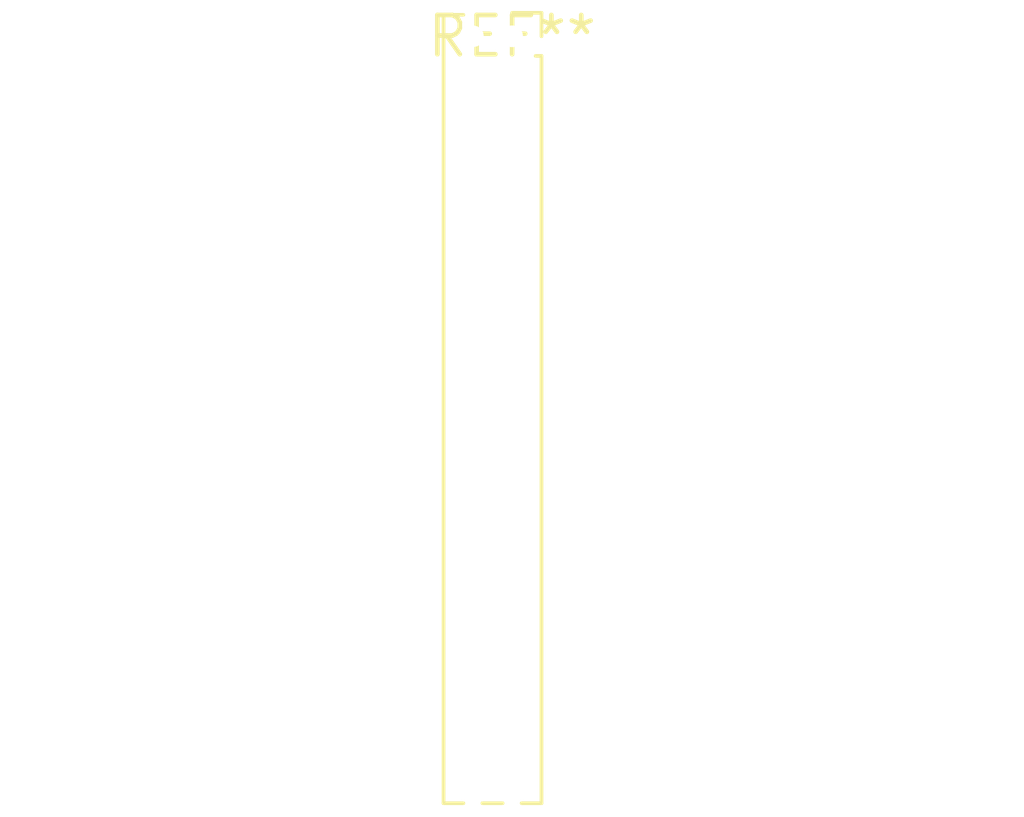
<source format=kicad_pcb>
(kicad_pcb (version 20240108) (generator pcbnew)
  (layers (0 "F.Cu" signal) (31 "B.Cu" signal) (34 "B.Paste" user) (35 "F.Paste" user) (36 "B.SilkS" user "B.Silkscreen") (37 "F.SilkS" user "F.Silkscreen") (38 "B.Mask" user) (39 "F.Mask" user) (44 "Edge.Cuts" user))
  (net 0 "")
  (footprint "PinSocket_2x20_P1.27mm_Vertical" (layer "F.Cu") (at 0 0)
    (property "Reference" "REF**")
    (property "Value" "PinSocket_2x20_P1.27mm_Vertical")
    (fp_line (start -2.22 -0.695) (end -2.22 24.825) (layer "F.SilkS") (stroke (width 0.12)))
    (fp_line (start -2.22 -0.695) (end -1.57753 -0.695) (layer "F.SilkS") (stroke (width 0.12)))
    (fp_line (start -2.22 24.825) (end -1.57753 24.825) (layer "F.SilkS") (stroke (width 0.12)))
    (fp_line (start -0.96247 -0.695) (end -0.76 -0.695) (layer "F.SilkS") (stroke (width 0.12)))
    (fp_line (start -0.96247 24.825) (end -0.30753 24.825) (layer "F.SilkS") (stroke (width 0.12)))
    (fp_line (start 0 -0.76) (end 0.95 -0.76) (layer "F.SilkS") (stroke (width 0.12)))
    (fp_line (start 0.30753 24.825) (end 0.95 24.825) (layer "F.SilkS") (stroke (width 0.12)))
    (fp_line (start 0.76 0.635) (end 0.95 0.635) (layer "F.SilkS") (stroke (width 0.12)))
    (fp_line (start 0.95 -0.76) (end 0.95 0) (layer "F.SilkS") (stroke (width 0.12)))
    (fp_line (start 0.95 0.635) (end 0.95 24.825) (layer "F.SilkS") (stroke (width 0.12)))
    (pad "1" thru_hole rect (at 0 0) (size 1 1) (drill 0.7) (layers *.Cu *.Mask) (remove_unused_layers))
    (pad "2" thru_hole oval (at -1.27 0) (size 1 1) (drill 0.7) (layers *.Cu *.Mask) (remove_unused_layers))
    (pad "3" thru_hole oval (at 0 1.27) (size 1 1) (drill 0.7) (layers *.Cu *.Mask) (remove_unused_layers))
    (pad "4" thru_hole oval (at -1.27 1.27) (size 1 1) (drill 0.7) (layers *.Cu *.Mask) (remove_unused_layers))
    (pad "5" thru_hole oval (at 0 2.54) (size 1 1) (drill 0.7) (layers *.Cu *.Mask) (remove_unused_layers))
    (pad "6" thru_hole oval (at -1.27 2.54) (size 1 1) (drill 0.7) (layers *.Cu *.Mask) (remove_unused_layers))
    (pad "7" thru_hole oval (at 0 3.81) (size 1 1) (drill 0.7) (layers *.Cu *.Mask) (remove_unused_layers))
    (pad "8" thru_hole oval (at -1.27 3.81) (size 1 1) (drill 0.7) (layers *.Cu *.Mask) (remove_unused_layers))
    (pad "9" thru_hole oval (at 0 5.08) (size 1 1) (drill 0.7) (layers *.Cu *.Mask) (remove_unused_layers))
    (pad "10" thru_hole oval (at -1.27 5.08) (size 1 1) (drill 0.7) (layers *.Cu *.Mask) (remove_unused_layers))
    (pad "11" thru_hole oval (at 0 6.35) (size 1 1) (drill 0.7) (layers *.Cu *.Mask) (remove_unused_layers))
    (pad "12" thru_hole oval (at -1.27 6.35) (size 1 1) (drill 0.7) (layers *.Cu *.Mask) (remove_unused_layers))
    (pad "13" thru_hole oval (at 0 7.62) (size 1 1) (drill 0.7) (layers *.Cu *.Mask) (remove_unused_layers))
    (pad "14" thru_hole oval (at -1.27 7.62) (size 1 1) (drill 0.7) (layers *.Cu *.Mask) (remove_unused_layers))
    (pad "15" thru_hole oval (at 0 8.89) (size 1 1) (drill 0.7) (layers *.Cu *.Mask) (remove_unused_layers))
    (pad "16" thru_hole oval (at -1.27 8.89) (size 1 1) (drill 0.7) (layers *.Cu *.Mask) (remove_unused_layers))
    (pad "17" thru_hole oval (at 0 10.16) (size 1 1) (drill 0.7) (layers *.Cu *.Mask) (remove_unused_layers))
    (pad "18" thru_hole oval (at -1.27 10.16) (size 1 1) (drill 0.7) (layers *.Cu *.Mask) (remove_unused_layers))
    (pad "19" thru_hole oval (at 0 11.43) (size 1 1) (drill 0.7) (layers *.Cu *.Mask) (remove_unused_layers))
    (pad "20" thru_hole oval (at -1.27 11.43) (size 1 1) (drill 0.7) (layers *.Cu *.Mask) (remove_unused_layers))
    (pad "21" thru_hole oval (at 0 12.7) (size 1 1) (drill 0.7) (layers *.Cu *.Mask) (remove_unused_layers))
    (pad "22" thru_hole oval (at -1.27 12.7) (size 1 1) (drill 0.7) (layers *.Cu *.Mask) (remove_unused_layers))
    (pad "23" thru_hole oval (at 0 13.97) (size 1 1) (drill 0.7) (layers *.Cu *.Mask) (remove_unused_layers))
    (pad "24" thru_hole oval (at -1.27 13.97) (size 1 1) (drill 0.7) (layers *.Cu *.Mask) (remove_unused_layers))
    (pad "25" thru_hole oval (at 0 15.24) (size 1 1) (drill 0.7) (layers *.Cu *.Mask) (remove_unused_layers))
    (pad "26" thru_hole oval (at -1.27 15.24) (size 1 1) (drill 0.7) (layers *.Cu *.Mask) (remove_unused_layers))
    (pad "27" thru_hole oval (at 0 16.51) (size 1 1) (drill 0.7) (layers *.Cu *.Mask) (remove_unused_layers))
    (pad "28" thru_hole oval (at -1.27 16.51) (size 1 1) (drill 0.7) (layers *.Cu *.Mask) (remove_unused_layers))
    (pad "29" thru_hole oval (at 0 17.78) (size 1 1) (drill 0.7) (layers *.Cu *.Mask) (remove_unused_layers))
    (pad "30" thru_hole oval (at -1.27 17.78) (size 1 1) (drill 0.7) (layers *.Cu *.Mask) (remove_unused_layers))
    (pad "31" thru_hole oval (at 0 19.05) (size 1 1) (drill 0.7) (layers *.Cu *.Mask) (remove_unused_layers))
    (pad "32" thru_hole oval (at -1.27 19.05) (size 1 1) (drill 0.7) (layers *.Cu *.Mask) (remove_unused_layers))
    (pad "33" thru_hole oval (at 0 20.32) (size 1 1) (drill 0.7) (layers *.Cu *.Mask) (remove_unused_layers))
    (pad "34" thru_hole oval (at -1.27 20.32) (size 1 1) (drill 0.7) (layers *.Cu *.Mask) (remove_unused_layers))
    (pad "35" thru_hole oval (at 0 21.59) (size 1 1) (drill 0.7) (layers *.Cu *.Mask) (remove_unused_layers))
    (pad "36" thru_hole oval (at -1.27 21.59) (size 1 1) (drill 0.7) (layers *.Cu *.Mask) (remove_unused_layers))
    (pad "37" thru_hole oval (at 0 22.86) (size 1 1) (drill 0.7) (layers *.Cu *.Mask) (remove_unused_layers))
    (pad "38" thru_hole oval (at -1.27 22.86) (size 1 1) (drill 0.7) (layers *.Cu *.Mask) (remove_unused_layers))
    (pad "39" thru_hole oval (at 0 24.13) (size 1 1) (drill 0.7) (layers *.Cu *.Mask) (remove_unused_layers))
    (pad "40" thru_hole oval (at -1.27 24.13) (size 1 1) (drill 0.7) (layers *.Cu *.Mask) (remove_unused_layers))
  )
)
</source>
